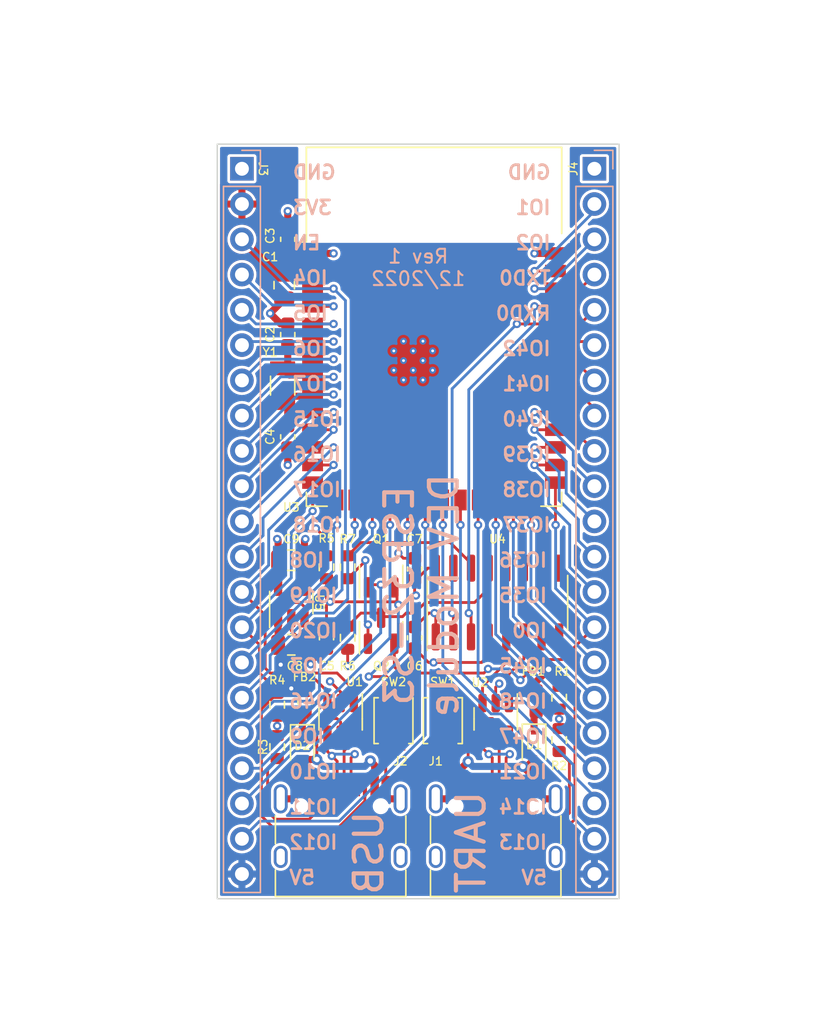
<source format=kicad_pcb>
(kicad_pcb (version 20240108) (generator "pcbnew") (generator_version "8.0")
  (layers (0 "F.Cu" signal) (1 "In1.Cu" signal) (2 "In2.Cu" signal) (31 "B.Cu" signal) (34 "B.Paste" user) (35 "F.Paste" user) (36 "B.SilkS" user "B.Silkscreen") (37 "F.SilkS" user "F.Silkscreen") (38 "B.Mask" user) (39 "F.Mask" user) (44 "Edge.Cuts" user))
  (net 0 "")
  (net 1 "+3V3")
  (net 2 "GND")
  (net 3 "/IO15")
  (net 4 "/IO16")
  (net 5 "/EN")
  (net 6 "+5V")
  (net 7 "/USB_UART_D+")
  (net 8 "/USB_UART_D-")
  (net 11 "/IO20")
  (net 12 "/IO19")
  (net 15 "Net-(Q1-Pad1)")
  (net 16 "/RTS")
  (net 17 "Net-(Q2-Pad1)")
  (net 18 "/IO0")
  (net 19 "/DTR")
  (net 20 "/IO4")
  (net 21 "/IO5")
  (net 22 "/IO6")
  (net 23 "/IO7")
  (net 24 "/IO17")
  (net 25 "/IO18")
  (net 26 "/IO8")
  (net 27 "/IO3")
  (net 28 "/IO46")
  (net 29 "/IO9")
  (net 30 "/IO10")
  (net 31 "/IO11")
  (net 32 "/IO12")
  (net 33 "/IO13")
  (net 34 "/IO14")
  (net 35 "/IO21")
  (net 36 "/IO47")
  (net 37 "/IO48")
  (net 38 "/IO45")
  (net 39 "/IO35")
  (net 40 "/IO36")
  (net 41 "/IO37")
  (net 42 "/IO38")
  (net 43 "/IO39")
  (net 44 "/IO40")
  (net 45 "/IO41")
  (net 46 "/IO42")
  (net 47 "/RXD0")
  (net 48 "/TXD0")
  (net 49 "/IO2")
  (net 50 "/IO1")
  (net 51 "/USB_D-")
  (net 52 "/USB_D+")
  (net 60 "/UART_D-")
  (net 61 "/UART_D+")
  (net 63 "Net-(D1-Pad1)")
  (net 64 "Net-(D2-Pad1)")
  (net 65 "/VBUS1")
  (net 66 "/VBUS2")
  (net 67 "/CC1_1")
  (net 68 "/CC2_1")
  (net 69 "/CC1_2")
  (net 70 "/CC2_2")
  (footprint "Package_TO_SOT_SMD:SOT-23-6" (layer "F.Cu") (at 83.312 115.824 -90)
    (property "Reference" "U1")
    (property "Value" "USBLC6-2SC6")
  )
  (footprint "Package_TO_SOT_SMD:SOT-23-5" (layer "F.Cu") (at 79.756 107.442 90)
    (property "Reference" "U5")
    (property "Value" "XC6210B332MR")
  )
  (footprint "Diode_SMD:D_SOD-323" (layer "F.Cu") (at 97.25 117.7 -90)
    (property "Reference" "D1")
    (property "Value" "1N5819WS")
  )
  (footprint "Package_TO_SOT_SMD:SOT-23-6" (layer "F.Cu") (at 94.488 115.824 -90)
    (property "Reference" "U2")
    (property "Value" "USBLC6-2SC6")
  )
  (footprint "Capacitor_SMD:C_0603_1608Metric" (layer "F.Cu") (at 82.296 109.982 -90)
    (property "Reference" "C5")
    (property "Value" "1u")
  )
  (footprint "Capacitor_SMD:C_0603_1608Metric" (layer "F.Cu") (at 79.502 95.504 -90)
    (property "Reference" "C4")
    (property "Value" "18p")
  )
  (footprint "Capacitor_SMD:C_0603_1608Metric" (layer "F.Cu") (at 79.502 81.28 90)
    (property "Reference" "C3")
    (property "Value" "0.1u")
  )
  (footprint "Diode_SMD:D_SOD-323" (layer "F.Cu") (at 80.55 117.75 -90)
    (property "Reference" "D2")
    (property "Value" "1N5819WS")
  )
  (footprint "Package_SO:SOIC-16_3.9x9.9mm_P1.27mm" (layer "F.Cu") (at 94.615 107.442 90)
    (property "Reference" "U4")
    (property "Value" "CH340C")
  )
  (footprint "Resistor_SMD:R_0603_1608Metric" (layer "F.Cu") (at 83.82 104.902 -90)
    (property "Reference" "R7")
    (property "Value" "10k")
  )
  (footprint "Connector_USB:USB_C_Receptacle_HRO_TYPE-C-31-M-12" (layer "F.Cu") (at 94.488 124.714)
    (property "Reference" "J1")
    (property "Value" "USB_C_Receptacle_USB2.0")
  )
  (footprint "Resistor_SMD:R_0603_1608Metric" (layer "F.Cu") (at 78.74 117.856 90)
    (property "Reference" "R3")
    (property "Value" "5.1k")
  )
  (footprint "RF_Module:ESP32-S3-WROOM-1" (layer "F.Cu") (at 90.043 87.556)
    (property "Reference" "U3")
    (property "Value" "ESP32-S3-WROOM")
  )
  (footprint "Crystal:Crystal_SMD_3215-2Pin_3.2x1.5mm" (layer "F.Cu") (at 79.134 91.821 -90)
    (property "Reference" "Y1")
    (property "Value" "32.768kHz")
  )
  (footprint "Resistor_SMD:R_0603_1608Metric" (layer "F.Cu") (at 78.74 114.808 -90)
    (property "Reference" "R4")
    (property "Value" "5.1k")
  )
  (footprint "Button_Switch_SMD:SW_SPST_B3U-1000P" (layer "F.Cu") (at 87.122 115.951 -90)
    (property "Reference" "SW2")
    (property "Value" "SW_Push")
  )
  (footprint "Capacitor_SMD:C_0805_2012Metric" (layer "F.Cu") (at 79.248 84.582 -90)
    (property "Reference" "C1")
    (property "Value" "22u")
  )
  (footprint "Button_Switch_SMD:SW_SPST_B3U-1000P" (layer "F.Cu") (at 90.678 115.951 -90)
    (property "Reference" "SW1")
    (property "Value" "SW_Push")
  )
  (footprint "Inductor_SMD:L_0603_1608Metric" (layer "F.Cu") (at 97.4 114.55 90)
    (property "Reference" "FB1")
    (property "Value" "500mA?")
  )
  (footprint "Resistor_SMD:R_0603_1608Metric" (layer "F.Cu") (at 99.06 114.3 -90)
    (property "Reference" "R1")
    (property "Value" "5.1k")
  )
  (footprint "Resistor_SMD:R_0603_1608Metric" (layer "F.Cu") (at 83.82 109.982 -90)
    (property "Reference" "R6")
    (property "Value" "10k")
  )
  (footprint "Capacitor_SMD:C_0603_1608Metric" (layer "F.Cu") (at 88.646 105.029 90)
    (property "Reference" "C7")
    (property "Value" "0.1u")
  )
  (footprint "Capacitor_SMD:C_0603_1608Metric" (layer "F.Cu") (at 88.646 109.982 90)
    (property "Reference" "C6")
    (property "Value" "0.1u")
  )
  (footprint "Package_TO_SOT_SMD:SOT-23" (layer "F.Cu") (at 86.233 105.41 90)
    (property "Reference" "Q1")
    (property "Value" "Q_NPN_BCE")
  )
  (footprint "Package_TO_SOT_SMD:SOT-23" (layer "F.Cu") (at 86.233 109.474 90)
    (property "Reference" "Q2")
    (property "Value" "Q_NPN_BCE")
  )
  (footprint "Capacitor_SMD:C_0603_1608Metric" (layer "F.Cu") (at 79.502 88.138 -90)
    (property "Reference" "C2")
    (property "Value" "18p")
  )
  (footprint "Resistor_SMD:R_0603_1608Metric" (layer "F.Cu") (at 99.06 117.348 90)
    (property "Reference" "R2")
    (property "Value" "5.1k")
  )
  (footprint "Capacitor_SMD:C_0805_2012Metric" (layer "F.Cu") (at 79.756 104.394)
    (property "Reference" "C9")
    (property "Value" "1u")
  )
  (footprint "Capacitor_SMD:C_0805_2012Metric" (layer "F.Cu") (at 79.756 110.49)
    (property "Reference" "C8")
    (property "Value" "1u")
  )
  (footprint "Resistor_SMD:R_0603_1608Metric" (layer "F.Cu") (at 82.296 104.902 -90)
    (property "Reference" "R5")
    (property "Value" "10k")
  )
  (footprint "Inductor_SMD:L_0603_1608Metric" (layer "F.Cu") (at 80.75 114.6 90)
    (property "Reference" "FB2")
    (property "Value" "500mA?")
  )
  (footprint "Connector_USB:USB_C_Receptacle_HRO_TYPE-C-31-M-12" (layer "F.Cu") (at 83.312 124.714)
    (property "Reference" "J2")
    (property "Value" "USB_C_Receptacle_USB2.0")
  )
  (footprint "Connector_PinHeader_2.54mm:PinHeader_1x21_P2.54mm_Vertical" (layer "B.Cu") (at 76.2 76.2 180)
    (property "Reference" "J3")
    (property "Value" "Conn_01x21")
  )
  (footprint "Connector_PinHeader_2.54mm:PinHeader_1x21_P2.54mm_Vertical" (layer "B.Cu") (at 101.6 76.2 180)
    (property "Reference" "J4")
    (property "Value" "Conn_01x21")
  )
  (gr_rect (start 74.422 74.422) (end 103.378 128.778) (stroke (width 0.1)) (fill none) (layer "Edge.Cuts"))
  (gr_text "IO9" (at 79.502 117.094 0) (layer "B.SilkS") (effects (font (size 1 1) (thickness 0.2)) (justify right mirror)))
  (gr_text "IO46" (at 79.502 114.554 0) (layer "B.SilkS") (effects (font (size 1 1) (thickness 0.2)) (justify right mirror)))
  (gr_text "IO1" (at 98.552 78.994 0) (layer "B.SilkS") (effects (font (size 1 1) (thickness 0.2)) (justify left mirror)))
  (gr_text "IO42" (at 98.552 89.154 0) (layer "B.SilkS") (effects (font (size 1 1) (thickness 0.2)) (justify left mirror)))
  (gr_text "IO5" (at 79.756 86.614 0) (layer "B.SilkS") (effects (font (size 1 1) (thickness 0.2)) (justify right mirror)))
  (gr_text "IO10" (at 79.502 119.634 0) (layer "B.SilkS") (effects (font (size 1 1) (thickness 0.2)) (justify right mirror)))
  (gr_text "5V" (at 98.298 127.254 0) (layer "B.SilkS") (effects (font (size 1 1) (thickness 0.2)) (justify left mirror)))
  (gr_text "IO45" (at 98.298 112.014 0) (layer "B.SilkS") (effects (font (size 1 1) (thickness 0.2)) (justify left mirror)))
  (gr_text "TXD0" (at 98.552 84.074 0) (layer "B.SilkS") (effects (font (size 1 1) (thickness 0.2)) (justify left mirror)))
  (gr_text "EN" (at 79.756 81.534 0) (layer "B.SilkS") (effects (font (size 1 1) (thickness 0.2)) (justify right mirror)))
  (gr_text "IO40" (at 98.552 94.234 0) (layer "B.SilkS") (effects (font (size 1 1) (thickness 0.2)) (justify left mirror)))
  (gr_text "UART" (at 92.71 124.714 90) (layer "B.SilkS") (effects (font (size 2 2) (thickness 0.3)) (justify mirror)))
  (gr_text "IO0" (at 98.298 109.474 0) (layer "B.SilkS") (effects (font (size 1 1) (thickness 0.2)) (justify left mirror)))
  (gr_text "Rev 1\n12/2022" (at 88.9 83.312 0) (layer "B.SilkS") (effects (font (size 1 1)) (justify mirror)))
  (gr_text "5V" (at 79.502 127.254 0) (layer "B.SilkS") (effects (font (size 1 1) (thickness 0.2)) (justify right mirror)))
  (gr_text "IO12" (at 79.502 124.714 0) (layer "B.SilkS") (effects (font (size 1 1) (thickness 0.2)) (justify right mirror)))
  (gr_text "GND" (at 79.756 76.454 0) (layer "B.SilkS") (effects (font (size 1 1) (thickness 0.2)) (justify right mirror)))
  (gr_text "IO41" (at 98.552 91.694 0) (layer "B.SilkS") (effects (font (size 1 1) (thickness 0.2)) (justify left mirror)))
  (gr_text "IO20" (at 79.502 109.474 0) (layer "B.SilkS") (effects (font (size 1 1) (thickness 0.2)) (justify right mirror)))
  (gr_text "IO3" (at 79.502 112.014 0) (layer "B.SilkS") (effects (font (size 1 1) (thickness 0.2)) (justify right mirror)))
  (gr_text "IO7" (at 79.756 91.694 0) (layer "B.SilkS") (effects (font (size 1 1) (thickness 0.2)) (justify right mirror)))
  (gr_text "IO6" (at 79.756 89.154 0) (layer "B.SilkS") (effects (font (size 1 1) (thickness 0.2)) (justify right mirror)))
  (gr_text "IO11" (at 79.502 122.174 0) (layer "B.SilkS") (effects (font (size 1 1) (thickness 0.2)) (justify right mirror)))
  (gr_text "IO39" (at 98.552 96.774 0) (layer "B.SilkS") (effects (font (size 1 1) (thickness 0.2)) (justify left mirror)))
  (gr_text "ESP32-S3\nDEV Module" (at 89.154 106.934 90) (layer "B.SilkS") (effects (font (size 2 2) (thickness 0.3)) (justify mirror)))
  (gr_text "IO47" (at 98.298 117.094 0) (layer "B.SilkS") (effects (font (size 1 1) (thickness 0.2)) (justify left mirror)))
  (gr_text "RXD0" (at 98.552 86.614 0) (layer "B.SilkS") (effects (font (size 1 1) (thickness 0.2)) (justify left mirror)))
  (gr_text "IO8" (at 79.502 104.394 0) (layer "B.SilkS") (effects (font (size 1 1) (thickness 0.2)) (justify right mirror)))
  (gr_text "IO37" (at 98.552 101.854 0) (layer "B.SilkS") (effects (font (size 1 1) (thickness 0.2)) (justify left mirror)))
  (gr_text "GND" (at 98.552 76.454 0) (layer "B.SilkS") (effects (font (size 1 1) (thickness 0.2)) (justify left mirror)))
  (gr_text "IO13" (at 98.298 124.714 0) (layer "B.SilkS") (effects (font (size 1 1) (thickness 0.2)) (justify left mirror)))
  (gr_text "IO2" (at 98.552 81.534 0) (layer "B.SilkS") (effects (font (size 1 1) (thickness 0.2)) (justify left mirror)))
  (gr_text "IO19" (at 79.502 106.934 0) (layer "B.SilkS") (effects (font (size 1 1) (thickness 0.2)) (justify right mirror)))
  (gr_text "IO4" (at 79.756 84.074 0) (layer "B.SilkS") (effects (font (size 1 1) (thickness 0.2)) (justify right mirror)))
  (gr_text "USB" (at 85.344 125.476 90) (layer "B.SilkS") (effects (font (size 2 2) (thickness 0.3)) (justify mirror)))
  (gr_text "IO15" (at 79.756 94.234 0) (layer "B.SilkS") (effects (font (size 1 1) (thickness 0.2)) (justify right mirror)))
  (gr_text "IO21" (at 98.298 119.634 0) (layer "B.SilkS") (effects (font (size 1 1) (thickness 0.2)) (justify left mirror)))
  (gr_text "3V3" (at 79.756 78.994 0) (layer "B.SilkS") (effects (font (size 1 1) (thickness 0.2)) (justify right mirror)))
  (gr_text "IO16" (at 79.756 96.774 0) (layer "B.SilkS") (effects (font (size 1 1) (thickness 0.2)) (justify right mirror)))
  (gr_text "IO36" (at 98.298 104.394 0) (layer "B.SilkS") (effects (font (size 1 1) (thickness 0.2)) (justify left mirror)))
  (gr_text "IO14" (at 98.298 122.174 0) (layer "B.SilkS") (effects (font (size 1 1) (thickness 0.2)) (justify left mirror)))
  (gr_text "IO35" (at 98.298 106.934 0) (layer "B.SilkS") (effects (font (size 1 1) (thickness 0.2)) (justify left mirror)))
  (gr_text "IO18" (at 79.756 101.854 0) (layer "B.SilkS") (effects (font (size 1 1) (thickness 0.2)) (justify right mirror)))
  (gr_text "IO38" (at 98.552 99.314 0) (layer "B.SilkS") (effects (font (size 1 1) (thickness 0.2)) (justify left mirror)))
  (gr_text "IO48" (at 98.298 114.554 0) (layer "B.SilkS") (effects (font (size 1 1) (thickness 0.2)) (justify left mirror)))
  (gr_text "IO17" (at 79.756 99.314 0) (layer "B.SilkS") (effects (font (size 1 1) (thickness 0.2)) (justify right mirror)))
  (segment (start 88.646 105.804) (end 88.76 105.804) (width 0.2032) (layer "F.Cu") (net 1))
  (segment (start 89.649 111.76) (end 88.646 110.757) (width 0.2032) (layer "F.Cu") (net 1))
  (segment (start 88.76 105.804) (end 89.597 104.967) (width 0.2032) (layer "F.Cu") (net 1))
  (segment (start 78.806 106.3045) (end 78.806 104.394) (width 0.508) (layer "F.Cu") (net 1))
  (segment (start 88.646 106.8409) (end 88.7391 106.934) (width 0.2032) (layer "F.Cu") (net 1))
  (segment (start 78.806 102.936) (end 78.74 102.87) (width 0.508) (layer "F.Cu") (net 1))
  (segment (start 82.296 102.87) (end 82.296 104.077) (width 0.2032) (layer "F.Cu") (net 1))
  (segment (start 78.806 104.394) (end 78.806 102.936) (width 0.508) (layer "F.Cu") (net 1))
  (segment (start 93.472 111.76) (end 90.0091 111.76) (width 0.2032) (layer "F.Cu") (net 1))
  (segment (start 81.534 102.108) (end 82.296 102.87) (width 0.2032) (layer "F.Cu") (net 1))
  (segment (start 89.597 104.967) (end 90.17 104.967) (width 0.2032) (layer "F.Cu") (net 1))
  (segment (start 93.98 109.917) (end 93.98 111.252) (width 0.2032) (layer "F.Cu") (net 1))
  (segment (start 93.98 111.252) (end 93.472 111.76) (width 0.2032) (layer "F.Cu") (net 1))
  (segment (start 90.0091 111.76) (end 89.649 111.76) (width 0.2032) (layer "F.Cu") (net 1))
  (segment (start 88.646 105.804) (end 88.646 106.8409) (width 0.2032) (layer "F.Cu") (net 1))
  (via (at 81.534 102.108) (size 0.6) (drill 0.3) (layers "F.Cu" "B.Cu") (net 1))
  (via (at 88.7391 106.934) (size 0.6) (drill 0.3) (layers "F.Cu" "B.Cu") (net 1))
  (via (at 90.0091 111.76) (size 0.6) (drill 0.3) (layers "F.Cu" "B.Cu") (net 1))
  (via (at 78.74 102.87) (size 0.6) (drill 0.3) (layers "F.Cu" "B.Cu") (net 1))
  (segment (start 87.122 118.364) (end 86.562 118.924) (width 0.2032) (layer "F.Cu") (net 2))
  (segment (start 80.706 111.44) (end 80.706 110.49) (width 0.508) (layer "F.Cu") (net 2))
  (segment (start 98.020385 121.584) (end 98.808 121.584) (width 0.508) (layer "F.Cu") (net 2))
  (segment (start 90.17 108.2971) (end 90.0769 108.204) (width 0.2032) (layer "F.Cu") (net 2))
  (segment (start 86.562 121.301615) (end 86.844385 121.584) (width 0.508) (layer "F.Cu") (net 2))
  (segment (start 87.8371 104.254) (end 87.4691 103.886) (width 0.2032) (layer "F.Cu") (net 2))
  (segment (start 97.738 120.669) (end 97.738 121.301615) (width 0.508) (layer "F.Cu") (net 2))
  (segment (start 88.646 109.207) (end 88.659 109.207) (width 0.2032) (layer "F.Cu") (net 2))
  (segment (start 81.153 111.887) (end 80.706 111.44) (width 0.508) (layer "F.Cu") (net 2))
  (segment (start 79.756 109.474) (end 80.706 110.424) (width 0.2032) (layer "F.Cu") (net 2))
  (segment (start 97.738 121.301615) (end 98.020385 121.584) (width 0.508) (layer "F.Cu") (net 2))
  (segment (start 91.238 118.924) (end 91.238 120.669) (width 0.2032) (layer "F.Cu") (net 2))
  (segment (start 80.062 121.301615) (end 79.779615 121.584) (width 0.508) (layer "F.Cu") (net 2))
  (segment (start 79.502 87.363) (end 78.981 87.363) (width 0.508) (layer "F.Cu") (net 2))
  (segment (start 94.488 113.538) (end 94.742 113.284) (width 0.2032) (layer "F.Cu") (net 2))
  (segment (start 99.06 115.824) (end 99.06 115.125) (width 0.2032) (layer "F.Cu") (net 2))
  (segment (start 83.312 113.8851) (end 83.312 114.6865) (width 0.2032) (layer "F.Cu") (net 2))
  (segment (start 80.706 110.424) (end 80.706 110.49) (width 0.2032) (layer "F.Cu") (net 2))
  (segment (start 80.706 104.394) (end 80.706 102.936) (width 0.508) (layer "F.Cu") (net 2))
  (segment (start 88.646 104.254) (end 87.8371 104.254) (width 0.2032) (layer "F.Cu") (net 2))
  (segment (start 82.283 110.757) (end 82.296 110.757) (width 0.2032) (layer "F.Cu") (net 2))
  (segment (start 80.706 102.936) (end 80.772 102.87) (width 0.508) (layer "F.Cu") (net 2))
  (segment (start 81.153 111.887) (end 82.283 110.757) (width 0.2032) (layer "F.Cu") (net 2))
  (segment (start 78.981 87.363) (end 78.232 86.614) (width 0.508) (layer "F.Cu") (net 2))
  (segment (start 90.955615 121.584) (end 90.168 121.584) (width 0.508) (layer "F.Cu") (net 2))
  (segment (start 98.793 82.296) (end 97.282 82.296) (width 0.508) (layer "F.Cu") (net 2))
  (segment (start 82.55 113.1231) (end 83.312 113.8851) (width 0.2032) (layer "F.Cu") (net 2))
  (segment (start 86.562 118.924) (end 86.562 120.669) (width 0.2032) (layer "F.Cu") (net 2))
  (segment (start 80.062 120.669) (end 80.062 121.301615) (width 0.508) (layer "F.Cu") (net 2))
  (segment (start 99.06 116.523) (end 99.06 115.125) (width 0.2032) (layer "F.Cu") (net 2))
  (segment (start 86.562 120.669) (end 86.562 121.301615) (width 0.508) (layer "F.Cu") (net 2))
  (segment (start 79.248 85.532) (end 79.248 85.598) (width 0.508) (layer "F.Cu") (net 2))
  (segment (start 88.659 109.207) (end 89.662 108.204) (width 0.2032) (layer "F.Cu") (net 2))
  (segment (start 81.293 82.296) (end 82.804 82.296) (width 0.508) (layer "F.Cu") (net 2))
  (segment (start 90.678 117.651) (end 90.678 118.364) (width 0.2032) (layer "F.Cu") (net 2))
  (segment (start 79.779615 121.584) (end 78.992 121.584) (width 0.508) (layer "F.Cu") (net 2))
  (segment (start 94.488 114.6865) (end 94.488 113.538) (width 0.2032) (layer "F.Cu") (net 2))
  (segment (start 90.17 109.917) (end 90.17 108.2971) (width 0.2032) (layer "F.Cu") (net 2))
  (segment (start 86.844385 121.584) (end 87.632 121.584) (width 0.508) (layer "F.Cu") (net 2))
  (segment (start 91.238 121.301615) (end 90.955615 121.584) (width 0.508) (layer "F.Cu") (net 2))
  (segment (start 79.756 108.5795) (end 79.756 109.474) (width 0.2032) (layer "F.Cu") (net 2))
  (segment (start 79.248 85.598) (end 78.232 86.614) (width 0.508) (layer "F.Cu") (net 2))
  (segment (start 91.238 120.669) (end 91.238 121.301615) (width 0.508) (layer "F.Cu") (net 2))
  (segment (start 79.502 80.505) (end 79.502 79.248) (width 0.508) (layer "F.Cu") (net 2))
  (segment (start 89.662 108.204) (end 90.0769 108.204) (width 0.2032) (layer "F.Cu") (net 2))
  (segment (start 87.122 117.651) (end 87.122 118.364) (width 0.2032) (layer "F.Cu") (net 2))
  (segment (start 90.678 118.364) (end 91.238 118.924) (width 0.2032) (layer "F.Cu") (net 2))
  (segment (start 79.502 96.279) (end 79.502 97.536) (width 0.508) (layer "F.Cu") (net 2))
  (segment (start 78.74 117.031) (end 78.74 115.633) (width 0.2032) (layer "F.Cu") (net 2))
  (segment (start 78.74 116.332) (end 78.74 115.633) (width 0.2032) (layer "F.Cu") (net 2))
  (via (at 90.0769 108.204) (size 0.6) (drill 0.3) (layers "F.Cu" "B.Cu") (net 2))
  (via (at 79.502 79.248) (size 0.6) (drill 0.3) (layers "F.Cu" "B.Cu") (net 2))
  (via (at 94.742 113.284) (size 0.6) (drill 0.3) (layers "F.Cu" "B.Cu") (net 2))
  (via (at 79.502 97.536) (size 0.6) (drill 0.3) (layers "F.Cu" "B.Cu") (net 2))
  (via (at 78.74 116.332) (size 0.6) (drill 0.3) (layers "F.Cu" "B.Cu") (net 2))
  (via (at 99.06 115.824) (size 0.6) (drill 0.3) (layers "F.Cu" "B.Cu") (net 2))
  (via (at 80.772 102.87) (size 0.6) (drill 0.3) (layers "F.Cu" "B.Cu") (net 2))
  (via (at 87.4691 103.886) (size 0.6) (drill 0.3) (layers "F.Cu" "B.Cu") (net 2))
  (via (at 82.55 113.1231) (size 0.6) (drill 0.3) (layers "F.Cu" "B.Cu") (net 2))
  (via (at 78.232 86.614) (size 0.6) (drill 0.3) (layers "F.Cu" "B.Cu") (net 2))
  (via (at 82.804 82.296) (size 0.6) (drill 0.3) (layers "F.Cu" "B.Cu") (net 2))
  (via (at 81.153 111.887) (size 0.6) (drill 0.3) (layers "F.Cu" "B.Cu") (net 2))
  (via (at 97.282 82.296) (size 0.6) (drill 0.3) (layers "F.Cu" "B.Cu") (net 2))
  (segment (start 79.622 91.059) (end 79.134 90.571) (width 0.508) (layer "F.Cu") (net 3))
  (segment (start 81.166 91.059) (end 79.622 91.059) (width 0.508) (layer "F.Cu") (net 3))
  (segment (start 79.502 90.203) (end 79.134 90.571) (width 0.508) (layer "F.Cu") (net 3))
  (segment (start 81.293 91.186) (end 81.166 91.059) (width 0.508) (layer "F.Cu") (net 3))
  (segment (start 79.502 88.913) (end 79.502 90.203) (width 0.508) (layer "F.Cu") (net 3))
  (segment (start 81.293 91.186) (end 82.804 91.186) (width 0.2032) (layer "F.Cu") (net 3))
  (via (at 82.804 91.186) (size 0.6) (drill 0.3) (layers "F.Cu" "B.Cu") (net 3))
  (segment (start 78.994 91.186) (end 76.2 93.98) (width 0.2032) (layer "B.Cu") (net 3))
  (segment (start 82.804 91.186) (end 78.994 91.186) (width 0.2032) (layer "B.Cu") (net 3))
  (segment (start 81.166 92.583) (end 79.622 92.583) (width 0.508) (layer "F.Cu") (net 4))
  (segment (start 79.502 93.439) (end 79.134 93.071) (width 0.508) (layer "F.Cu") (net 4))
  (segment (start 81.293 92.456) (end 82.804 92.456) (width 0.2032) (layer "F.Cu") (net 4))
  (segment (start 79.622 92.583) (end 79.134 93.071) (width 0.508) (layer "F.Cu") (net 4))
  (segment (start 81.293 92.456) (end 81.166 92.583) (width 0.508) (layer "F.Cu") (net 4))
  (segment (start 79.502 94.729) (end 79.502 93.439) (width 0.508) (layer "F.Cu") (net 4))
  (via (at 82.804 92.456) (size 0.6) (drill 0.3) (layers "F.Cu" "B.Cu") (net 4))
  (segment (start 80.264 92.456) (end 76.2 96.52) (width 0.2032) (layer "B.Cu") (net 4))
  (segment (start 82.804 92.456) (end 80.264 92.456) (width 0.2032) (layer "B.Cu") (net 4))
  (segment (start 87.376 106.5405) (end 87.183 106.3475) (width 0.2032) (layer "F.Cu") (net 5))
  (segment (start 87.2574 107.3912) (end 82.55 107.3912) (width 0.2032) (layer "F.Cu") (net 5))
  (segment (start 86.614 112.776) (end 85.344 112.776) (width 0.2032) (layer "F.Cu") (net 5))
  (segment (start 87.376 107.5098) (end 87.376 106.5405) (width 0.2032) (layer "F.Cu") (net 5))
  (segment (start 81.293 84.836) (end 82.804 84.836) (width 0.2032) (layer "F.Cu") (net 5))
  (segment (start 82.55 107.3912) (end 82.296 107.6452) (width 0.2032) (layer "F.Cu") (net 5))
  (segment (start 87.4691 107.6029) (end 87.2574 107.3912) (width 0.2032) (layer "F.Cu") (net 5))
  (segment (start 87.122 114.251) (end 87.122 113.284) (width 0.2032) (layer "F.Cu") (net 5))
  (segment (start 82.55 107.3912) (end 82.296 107.1372) (width 0.2032) (layer "F.Cu") (net 5))
  (segment (start 87.122 113.284) (end 86.614 112.776) (width 0.2032) (layer "F.Cu") (net 5))
  (segment (start 87.4691 107.6029) (end 87.376 107.5098) (width 0.2032) (layer "F.Cu") (net 5))
  (segment (start 82.296 107.1372) (end 82.296 105.727) (width 0.2032) (layer "F.Cu") (net 5))
  (segment (start 82.296 107.6452) (end 82.296 109.207) (width 0.2032) (layer "F.Cu") (net 5))
  (via (at 87.4691 107.6029) (size 0.6) (drill 0.3) (layers "F.Cu" "B.Cu") (net 5))
  (via (at 82.55 107.3912) (size 0.6) (drill 0.3) (layers "F.Cu" "B.Cu") (net 5))
  (via (at 82.804 84.836) (size 0.6) (drill 0.3) (layers "F.Cu" "B.Cu") (net 5))
  (via (at 85.344 112.776) (size 0.6) (drill 0.3) (layers "F.Cu" "B.Cu") (net 5))
  (segment (start 87.4691 110.6509) (end 85.344 112.776) (width 0.2032) (layer "B.Cu") (net 5))
  (segment (start 87.4691 107.6029) (end 87.4691 110.6509) (width 0.2032) (layer "B.Cu") (net 5))
  (segment (start 82.804 84.836) (end 79.756 84.836) (width 0.2032) (layer "B.Cu") (net 5))
  (segment (start 82.55 107.3912) (end 83.4168 106.5244) (width 0.2032) (layer "B.Cu") (net 5))
  (segment (start 83.6596 85.6916) (end 82.804 84.836) (width 0.2032) (layer "B.Cu") (net 5))
  (segment (start 83.6596 102.5224) (end 83.6596 85.6916) (width 0.2032) (layer "B.Cu") (net 5))
  (segment (start 83.4168 102.7652) (end 83.6596 102.5224) (width 0.2032) (layer "B.Cu") (net 5))
  (segment (start 79.756 84.836) (end 76.2 81.28) (width 0.2032) (layer "B.Cu") (net 5))
  (segment (start 83.4168 106.5244) (end 83.4168 102.7652) (width 0.2032) (layer "B.Cu") (net 5))
  (segment (start 80.391 107.442) (end 79.121 107.442) (width 0.2032) (layer "F.Cu") (net 6))
  (segment (start 79.9374 113.8125) (end 79.756 113.6311) (width 0.508) (layer "F.Cu") (net 6))
  (segment (start 80.706 108.5795) (end 80.706 107.757) (width 0.2032) (layer "F.Cu") (net 6))
  (segment (start 78.806 107.757) (end 78.806 108.5795) (width 0.2032) (layer "F.Cu") (net 6))
  (segment (start 78.994 110.678) (end 78.806 110.49) (width 0.508) (layer "F.Cu") (net 6))
  (segment (start 78.994 111.9209) (end 78.994 110.678) (width 0.508) (layer "F.Cu") (net 6))
  (segment (start 78.806 110.49) (end 78.806 108.5795) (width 0.508) (layer "F.Cu") (net 6))
  (segment (start 97.4 113.7625) (end 97.4 113.1511) (width 0.508) (layer "F.Cu") (net 6))
  (segment (start 97.4 113.1511) (end 98.3 112.2511) (width 0.508) (layer "F.Cu") (net 6))
  (segment (start 80.75 113.8125) (end 79.9374 113.8125) (width 0.508) (layer "F.Cu") (net 6))
  (segment (start 80.706 107.757) (end 80.391 107.442) (width 0.2032) (layer "F.Cu") (net 6))
  (segment (start 79.121 107.442) (end 78.806 107.757) (width 0.2032) (layer "F.Cu") (net 6))
  (via (at 98.3 112.2511) (size 0.8) (drill 0.4) (layers "F.Cu" "B.Cu") (net 6))
  (via (at 79.756 113.6311) (size 0.6) (drill 0.3) (layers "F.Cu" "B.Cu") (net 6))
  (via (at 78.994 111.9209) (size 0.6) (drill 0.3) (layers "F.Cu" "B.Cu") (net 6))
  (segment (start 79.756 113.6311) (end 79.756 112.6829) (width 0.508) (layer "B.Cu") (net 6))
  (segment (start 79.756 112.6829) (end 78.994 111.9209) (width 0.508) (layer "B.Cu") (net 6))
  (segment (start 95.238 120.669) (end 95.238 118.63) (width 0.2032) (layer "F.Cu") (net 7))
  (segment (start 93.98 118.364) (end 93.538 117.922) (width 0.2032) (layer "F.Cu") (net 7))
  (segment (start 93.538 117.922) (end 93.538 116.9615) (width 0.2032) (layer "F.Cu") (net 7))
  (segment (start 94.238 118.622) (end 94.238 120.669) (width 0.2032) (layer "F.Cu") (net 7))
  (segment (start 95.238 118.63) (end 95.504 118.364) (width 0.2032) (layer "F.Cu") (net 7))
  (segment (start 93.98 118.364) (end 94.238 118.622) (width 0.2032) (layer "F.Cu") (net 7))
  (via (at 95.504 118.364) (size 0.6) (drill 0.3) (layers "F.Cu" "B.Cu") (net 7))
  (via (at 93.98 118.364) (size 0.6) (drill 0.3) (layers "F.Cu" "B.Cu") (net 7))
  (segment (start 95.504 118.364) (end 93.98 118.364) (width 0.2032) (layer "B.Cu") (net 7))
  (segment (start 95.438 117.312659) (end 95.438 116.9615) (width 0.2032) (layer "F.Cu") (net 8))
  (segment (start 94.738 121.67) (end 94.738 120.669) (width 0.2032) (layer "F.Cu") (net 8))
  (segment (start 94.738 118.012659) (end 95.438 117.312659) (width 0.2032) (layer "F.Cu") (net 8))
  (segment (start 94.738 120.669) (end 94.738 118.012659) (width 0.2032) (layer "F.Cu") (net 8))
  (segment (start 93.738 121.6472) (end 93.7864 121.6956) (width 0.2032) (layer "F.Cu") (net 8))
  (segment (start 94.7124 121.6956) (end 94.738 121.67) (width 0.2032) (layer "F.Cu") (net 8))
  (segment (start 93.738 120.669) (end 93.738 121.6472) (width 0.2032) (layer "F.Cu") (net 8))
  (segment (start 93.7864 121.6956) (end 94.7124 121.6956) (width 0.2032) (layer "F.Cu") (net 8))
  (segment (start 77.47 110.49) (end 76.2 109.22) (width 0.2032) (layer "F.Cu") (net 11))
  (segment (start 82.362 114.6865) (end 82.362 113.858) (width 0.2032) (layer "F.Cu") (net 11))
  (segment (start 77.47 112.522) (end 77.47 110.49) (width 0.2032) (layer "F.Cu") (net 11))
  (segment (start 81.293 100.851) (end 81.293 98.806) (width 0.2032) (layer "F.Cu") (net 11))
  (segment (start 77.948 113) (end 77.47 112.522) (width 0.2032) (layer "F.Cu") (net 11))
  (segment (start 81.504 113) (end 77.948 113) (width 0.2032) (layer "F.Cu") (net 11))
  (segment (start 82.362 113.858) (end 81.504 113) (width 0.2032) (layer "F.Cu") (net 11))
  (via (at 81.293 100.851) (size 0.6) (drill 0.3) (layers "F.Cu" "B.Cu") (net 11))
  (segment (start 81.293 100.851) (end 79.756 102.388) (width 0.2032) (layer "B.Cu") (net 11))
  (segment (start 79.756 105.664) (end 76.2 109.22) (width 0.2032) (layer "B.Cu") (net 11))
  (segment (start 79.756 102.388) (end 79.756 105.664) (width 0.2032) (layer "B.Cu") (net 11))
  (segment (start 81.293 97.536) (end 82.804 97.536) (width 0.2032) (layer "F.Cu") (net 12))
  (segment (start 77.8732 108.3532) (end 76.2 106.68) (width 0.2032) (layer "F.Cu") (net 12))
  (segment (start 84.262 113.726) (end 83.058 112.522) (width 0.2032) (layer "F.Cu") (net 12))
  (segment (start 83.058 112.522) (end 78.232 112.522) (width 0.2032) (layer "F.Cu") (net 12))
  (segment (start 77.8732 112.1632) (end 77.8732 108.3532) (width 0.2032) (layer "F.Cu") (net 12))
  (segment (start 78.232 112.522) (end 77.8732 112.1632) (width 0.2032) (layer "F.Cu") (net 12))
  (segment (start 84.262 114.6865) (end 84.262 113.726) (width 0.2032) (layer "F.Cu") (net 12))
  (via (at 82.804 97.536) (size 0.6) (drill 0.3) (layers "F.Cu" "B.Cu") (net 12))
  (segment (start 82.804 97.536) (end 78.1272 102.2128) (width 0.2032) (layer "B.Cu") (net 12))
  (segment (start 78.1272 104.7528) (end 76.2 106.68) (width 0.2032) (layer "B.Cu") (net 12))
  (segment (start 78.1272 102.2128) (end 78.1272 104.7528) (width 0.2032) (layer "B.Cu") (net 12))
  (segment (start 86.1991 106.157179) (end 85.473321 106.157179) (width 0.2032) (layer "F.Cu") (net 15))
  (segment (start 85.473321 106.157179) (end 85.283 106.3475) (width 0.2032) (layer "F.Cu") (net 15))
  (segment (start 83.82 110.807) (end 83.82 112.014) (width 0.2032) (layer "F.Cu") (net 15))
  (via (at 83.82 112.014) (size 0.6) (drill 0.3) (layers "F.Cu" "B.Cu") (net 15))
  (via (at 86.1991 106.157179) (size 0.6) (drill 0.3) (layers "F.Cu" "B.Cu") (net 15))
  (segment (start 83.82 112.014) (end 86.1991 109.6349) (width 0.2032) (layer "B.Cu") (net 15))
  (segment (start 86.1991 109.6349) (end 86.1991 106.157179) (width 0.2032) (layer "B.Cu") (net 15))
  (segment (start 86.233 103.124) (end 91.210659 103.124) (width 0.2032) (layer "F.Cu") (net 16))
  (segment (start 84.773 103.124) (end 83.82 104.077) (width 0.2032) (layer "F.Cu") (net 16))
  (segment (start 92.71 104.967) (end 92.71 104.623341) (width 0.2032) (layer "F.Cu") (net 16))
  (segment (start 86.233 103.124) (end 84.773 103.124) (width 0.2032) (layer "F.Cu") (net 16))
  (segment (start 92.71 104.623341) (end 91.210659 103.124) (width 0.2032) (layer "F.Cu") (net 16))
  (segment (start 86.233 104.4725) (end 86.233 103.124) (width 0.2032) (layer "F.Cu") (net 16))
  (segment (start 85.283 109.027) (end 85.283 110.4115) (width 0.2032) (layer "F.Cu") (net 17))
  (segment (start 85.09 104.457) (end 83.82 105.727) (width 0.2032) (layer "F.Cu") (net 17))
  (segment (start 85.09 104.394) (end 85.09 104.457) (width 0.2032) (layer "F.Cu") (net 17))
  (via (at 85.09 104.394) (size 0.6) (drill 0.3) (layers "F.Cu" "B.Cu") (net 17))
  (via (at 85.283 109.027) (size 0.6) (drill 0.3) (layers "F.Cu" "B.Cu") (net 17))
  (segment (start 85.09 108.834) (end 85.09 104.394) (width 0.2032) (layer "B.Cu") (net 17))
  (segment (start 85.283 109.027) (end 85.09 108.834) (width 0.2032) (layer "B.Cu") (net 17))
  (segment (start 99.27 111.55) (end 101.6 109.22) (width 0.2032) (layer "F.Cu") (net 18))
  (segment (start 97.746 111.55) (end 99.27 111.55) (width 0.2032) (layer "F.Cu") (net 18))
  (segment (start 87.183 112.075) (end 87.63 112.522) (width 0.2032) (layer "F.Cu") (net 18))
  (segment (start 87.63 112.522) (end 90.678 112.522) (width 0.2032) (layer "F.Cu") (net 18))
  (segment (start 93.637916 112.522) (end 93.935958 112.223958) (width 0.2032) (layer "F.Cu") (net 18))
  (segment (start 90.678 112.522) (end 93.637916 112.522) (width 0.2032) (layer "F.Cu") (net 18))
  (segment (start 87.183 110.4115) (end 87.183 112.075) (width 0.2032) (layer "F.Cu") (net 18))
  (segment (start 96.266 113.03) (end 97.746 111.55) (width 0.2032) (layer "F.Cu") (net 18))
  (segment (start 98.793 101.841) (end 98.806 101.854) (width 0.2032) (layer "F.Cu") (net 18))
  (segment (start 98.793 98.806) (end 98.793 101.841) (width 0.2032) (layer "F.Cu") (net 18))
  (segment (start 90.678 112.522) (end 90.678 114.251) (width 0.2032) (layer "F.Cu") (net 18))
  (via (at 93.935958 112.223958) (size 0.6) (drill 0.3) (layers "F.Cu" "B.Cu") (net 18))
  (via (at 98.806 101.854) (size 0.6) (drill 0.3) (layers "F.Cu" "B.Cu") (net 18))
  (via (at 96.266 113.03) (size 0.6) (drill 0.3) (layers "F.Cu" "B.Cu") (net 18))
  (segment (start 98.806 101.854) (end 98.806 106.426) (width 0.2032) (layer "B.Cu") (net 18))
  (segment (start 95.459958 112.223958) (end 96.266 113.03) (width 0.2032) (layer "B.Cu") (net 18))
  (segment (start 93.935958 112.223958) (end 95.459958 112.223958) (width 0.2032) (layer "B.Cu") (net 18))
  (segment (start 98.806 106.426) (end 101.6 109.22) (width 0.2032) (layer "B.Cu") (net 18))
  (segment (start 86.233 108.204) (end 84.773 108.204) (width 0.2032) (layer "F.Cu") (net 19))
  (segment (start 88.646 108.204) (end 88.030937 108.204) (width 0.2032) (layer "F.Cu") (net 19))
  (segment (start 87.776937 108.458) (end 86.487 108.458) (width 0.2032) (layer "F.Cu") (net 19))
  (segment (start 93.98 106.426) (end 92.964 107.442) (width 0.2032) (layer "F.Cu") (net 19))
  (segment (start 88.030937 108.204) (end 87.776937 108.458) (width 0.2032) (layer "F.Cu") (net 19))
  (segment (start 84.773 108.204) (end 83.82 109.157) (width 0.2032) (layer "F.Cu") (net 19))
  (segment (start 86.233 108.5365) (end 86.233 108.204) (width 0.2032) (layer "F.Cu") (net 19))
  (segment (start 93.98 104.967) (end 93.98 106.426) (width 0.2032) (layer "F.Cu") (net 19))
  (segment (start 86.487 108.458) (end 86.233 108.204) (width 0.2032) (layer "F.Cu") (net 19))
  (segment (start 89.408 107.442) (end 88.646 108.204) (width 0.2032) (layer "F.Cu") (net 19))
  (segment (start 92.964 107.442) (end 89.408 107.442) (width 0.2032) (layer "F.Cu") (net 19))
  (segment (start 81.293 86.106) (end 82.804 86.106) (width 0.2032) (layer "F.Cu") (net 20))
  (via (at 82.804 86.106) (size 0.6) (drill 0.3) (layers "F.Cu" "B.Cu") (net 20))
  (segment (start 82.804 86.106) (end 82.7104 86.0124) (width 0.2032) (layer "B.Cu") (net 20))
  (segment (start 78.3924 86.0124) (end 76.2 83.82) (width 0.2032) (layer "B.Cu") (net 20))
  (segment (start 82.7104 86.0124) (end 78.3924 86.0124) (width 0.2032) (layer "B.Cu") (net 20))
  (segment (start 81.293 87.376) (end 82.804 87.376) (width 0.2032) (layer "F.Cu") (net 21))
  (via (at 82.804 87.376) (size 0.6) (drill 0.3) (layers "F.Cu" "B.Cu") (net 21))
  (segment (start 77.216 87.376) (end 76.2 86.36) (width 0.2032) (layer "B.Cu") (net 21))
  (segment (start 82.804 87.376) (end 77.216 87.376) (width 0.2032) (layer "B.Cu") (net 21))
  (segment (start 81.293 88.646) (end 82.804 88.646) (width 0.2032) (layer "F.Cu") (net 22))
  (via (at 82.804 88.646) (size 0.6) (drill 0.3) (layers "F.Cu" "B.Cu") (net 22))
  (segment (start 76.454 88.646) (end 76.2 88.9) (width 0.2032) (layer "B.Cu") (net 22))
  (segment (start 82.804 88.646) (end 76.454 88.646) (width 0.2032) (layer "B.Cu") (net 22))
  (segment (start 81.293 89.916) (end 82.804 89.916) (width 0.2032) (layer "F.Cu") (net 23))
  (via (at 82.804 89.916) (size 0.6) (drill 0.3) (layers "F.Cu" "B.Cu") (net 23))
  (segment (start 82.804 89.916) (end 77.724 89.916) (width 0.2032) (layer "B.Cu") (net 23))
  (segment (start 77.724 89.916) (end 76.2 91.44) (width 0.2032) (layer "B.Cu") (net 23))
  (segment (start 81.293 93.726) (end 82.804 93.726) (width 0.2032) (layer "F.Cu") (net 24))
  (via (at 82.804 93.726) (size 0.6) (drill 0.3) (layers "F.Cu" "B.Cu") (net 24))
  (segment (start 82.804 93.726) (end 81.534 93.726) (width 0.2032) (layer "B.Cu") (net 24))
  (segment (start 81.534 93.726) (end 76.2 99.06) (width 0.2032) (layer "B.Cu") (net 24))
  (segment (start 81.293 94.996) (end 82.804 94.996) (width 0.2032) (layer "F.Cu") (net 25))
  (via (at 82.804 94.996) (size 0.6) (drill 0.3) (layers "F.Cu" "B.Cu") (net 25))
  (segment (start 76.288791 101.6) (end 76.2 101.6) (width 0.2032) (layer "B.Cu") (net 25))
  (segment (start 82.804 95.084791) (end 76.288791 101.6) (width 0.2032) (layer "B.Cu") (net 25))
  (segment (start 82.804 94.996) (end 82.804 95.084791) (width 0.2032) (layer "B.Cu") (net 25))
  (segment (start 81.293 96.266) (end 82.804 96.266) (width 0.2032) (layer "F.Cu") (net 26))
  (via (at 82.804 96.266) (size 0.6) (drill 0.3) (layers "F.Cu" "B.Cu") (net 26))
  (segment (start 82.804 96.266) (end 77.724 101.346) (width 0.2032) (layer "B.Cu") (net 26))
  (segment (start 77.724 101.346) (end 77.724 102.616) (width 0.2032) (layer "B.Cu") (net 26))
  (segment (start 77.724 102.616) (end 76.2 104.14) (width 0.2032) (layer "B.Cu") (net 26))
  (segment (start 83.058 100.056) (end 83.058 101.854) (width 0.2032) (layer "F.Cu") (net 27))
  (via (at 83.058 101.854) (size 0.6) (drill 0.3) (layers "F.Cu" "B.Cu") (net 27))
  (segment (start 83.058 101.854) (end 82.804 102.108) (width 0.2032) (layer "B.Cu") (net 27))
  (segment (start 82.804 105.156) (end 76.2 111.76) (width 0.2032) (layer "B.Cu") (net 27))
  (segment (start 82.804 102.108) (end 82.804 105.156) (width 0.2032) (layer "B.Cu") (net 27))
  (segment (start 84.328 100.056) (end 84.328 101.854) (width 0.2032) (layer "F.Cu") (net 28))
  (via (at 84.328 101.854) (size 0.6) (drill 0.3) (layers "F.Cu" "B.Cu") (net 28))
  (segment (start 84.328 101.854) (end 84.328 102.616) (width 0.2032) (layer "B.Cu") (net 28))
  (segment (start 82.804 108.204) (end 81.28 108.204) (width 0.2032) (layer "B.Cu") (net 28))
  (segment (start 83.82 103.124) (end 83.82 107.188) (width 0.2032) (layer "B.Cu") (net 28))
  (segment (start 83.82 107.188) (end 82.804 108.204) (width 0.2032) (layer "B.Cu") (net 28))
  (segment (start 78.232 112.268) (end 76.2 114.3) (width 0.2032) (layer "B.Cu") (net 28))
  (segment (start 78.232 111.252) (end 78.232 112.268) (width 0.2032) (layer "B.Cu") (net 28))
  (segment (start 84.328 102.616) (end 83.82 103.124) (width 0.2032) (layer "B.Cu") (net 28))
  (segment (start 81.28 108.204) (end 78.232 111.252) (width 0.2032) (layer "B.Cu") (net 28))
  (segment (start 85.598 100.056) (end 85.598 101.854) (width 0.2032) (layer "F.Cu") (net 29))
  (via (at 85.598 101.854) (size 0.6) (drill 0.3) (layers "F.Cu" "B.Cu") (net 29))
  (segment (start 85.598 101.854) (end 85.598 102.616) (width 0.2032) (layer "B.Cu") (net 29))
  (segment (start 81.788 112.268) (end 81.788 113.792) (width 0.2032) (layer "B.Cu") (net 29))
  (segment (start 84.328 103.886) (end 84.328 109.728) (width 0.2032) (layer "B.Cu") (net 29))
  (segment (start 84.328 109.728) (end 81.788 112.268) (width 0.2032) (layer "B.Cu") (net 29))
  (segment (start 81.026 114.554) (end 78.486 114.554) (width 0.2032) (layer "B.Cu") (net 29))
  (segment (start 85.598 102.616) (end 84.328 103.886) (width 0.2032) (layer "B.Cu") (net 29))
  (segment (start 81.788 113.792) (end 81.026 114.554) (width 0.2032) (layer "B.Cu") (net 29))
  (segment (start 78.486 114.554) (end 76.2 116.84) (width 0.2032) (layer "B.Cu") (net 29))
  (segment (start 86.868 100.056) (end 86.868 101.854) (width 0.2032) (layer "F.Cu") (net 30))
  (via (at 86.868 101.854) (size 0.6) (drill 0.3) (layers "F.Cu" "B.Cu") (net 30))
  (segment (start 86.868 101.854) (end 86.868 109.982) (width 0.2032) (layer "B.Cu") (net 30))
  (segment (start 86.868 109.982) (end 77.47 119.38) (width 0.2032) (layer "B.Cu") (net 30))
  (segment (start 77.47 119.38) (end 76.2 119.38) (width 0.2032) (layer "B.Cu") (net 30))
  (segment (start 88.138 100.056) (end 88.138 101.854) (width 0.2032) (layer "F.Cu") (net 31))
  (via (at 88.138 101.854) (size 0.6) (drill 0.3) (layers "F.Cu" "B.Cu") (net 31))
  (segment (start 81.026 118.11) (end 80.01 118.11) (width 0.2032) (layer "B.Cu") (net 31))
  (segment (start 88.138 101.854) (end 88.138 110.998) (width 0.2032) (layer "B.Cu") (net 31))
  (segment (start 88.138 110.998) (end 81.026 118.11) (width 0.2032) (layer "B.Cu") (net 31))
  (segment (start 80.01 118.11) (end 76.2 121.92) (width 0.2032) (layer "B.Cu") (net 31))
  (segment (start 89.408 100.056) (end 89.408 101.854) (width 0.2032) (layer "F.Cu") (net 32))
  (via (at 89.408 101.854) (size 0.6) (drill 0.3) (layers "F.Cu" "B.Cu") (net 32))
  (segment (start 89.408 116.992) (end 83.21 123.19) (width 0.2032) (layer "B.Cu") (net 32))
  (segment (start 83.21 123.19) (end 77.47 123.19) (width 0.2032) (layer "B.Cu") (net 32))
  (segment (start 89.408 101.854) (end 89.408 116.992) (width 0.2032) (layer "B.Cu") (net 32))
  (segment (start 77.47 123.19) (end 76.2 124.46) (width 0.2032) (layer "B.Cu") (net 32))
  (segment (start 90.678 100.056) (end 90.678 101.854) (width 0.2032) (layer "F.Cu") (net 33))
  (via (at 90.678 101.854) (size 0.6) (drill 0.3) (layers "F.Cu" "B.Cu") (net 33))
  (segment (start 94.162885 115.4652) (end 94.860095 115.4652) (width 0.2032) (layer "B.Cu") (net 33))
  (segment (start 90.678 111.980315) (end 94.162885 115.4652) (width 0.2032) (layer "B.Cu") (net 33))
  (segment (start 90.678 101.854) (end 90.678 111.980315) (width 0.2032) (layer "B.Cu") (net 33))
  (segment (start 94.860095 115.4652) (end 100.076 120.681105) (width 0.2032) (layer "B.Cu") (net 33))
  (segment (start 100.076 120.681105) (end 100.076 122.936) (width 0.2032) (layer "B.Cu") (net 33))
  (segment (start 100.076 122.936) (end 101.6 124.46) (width 0.2032) (layer "B.Cu") (net 33))
  (segment (start 91.948 100.056) (end 91.948 101.854) (width 0.2032) (layer "F.Cu") (net 34))
  (via (at 91.948 101.854) (size 0.6) (drill 0.3) (layers "F.Cu" "B.Cu") (net 34))
  (segment (start 101.6 121.412) (end 101.6 121.92) (width 0.2032) (layer "B.Cu") (net 34))
  (segment (start 96.012 115.062) (end 100.076 119.126) (width 0.2032) (layer "B.Cu") (net 34))
  (segment (start 100.076 119.126) (end 100.076 119.888) (width 0.2032) (layer "B.Cu") (net 34))
  (segment (start 91.948 101.854) (end 91.948 112.448) (width 0.2032) (layer "B.Cu") (net 34))
  (segment (start 91.948 112.448) (end 94.562 115.062) (width 0.2032) (layer "B.Cu") (net 34))
  (segment (start 94.562 115.062) (end 96.012 115.062) (width 0.2032) (layer "B.Cu") (net 34))
  (segment (start 100.076 119.888) (end 101.6 121.412) (width 0.2032) (layer "B.Cu") (net 34))
  (segment (start 93.218 100.056) (end 93.218 101.854) (width 0.2032) (layer "F.Cu") (net 35))
  (via (at 93.218 101.854) (size 0.6) (drill 0.3) (layers "F.Cu" "B.Cu") (net 35))
  (segment (start 93.218 101.854) (end 93.218 112.776) (width 0.2032) (layer "B.Cu") (net 35))
  (segment (start 94.996 114.554) (end 96.52 114.554) (width 0.2032) (layer "B.Cu") (net 35))
  (segment (start 93.218 112.776) (end 94.996 114.554) (width 0.2032) (layer "B.Cu") (net 35))
  (segment (start 101.346 119.38) (end 101.6 119.38) (width 0.2032) (layer "B.Cu") (net 35))
  (segment (start 96.52 114.554) (end 101.346 119.38) (width 0.2032) (layer "B.Cu") (net 35))
  (segment (start 94.488 100.056) (end 94.488 101.854) (width 0.2032) (layer "F.Cu") (net 36))
  (via (at 94.488 101.854) (size 0.6) (drill 0.3) (layers "F.Cu" "B.Cu") (net 36))
  (segment (start 94.488 101.854) (end 94.488 109.728) (width 0.2032) (layer "B.Cu") (net 36))
  (segment (start 94.488 109.728) (end 101.6 116.84) (width 0.2032) (layer "B.Cu") (net 36))
  (segment (start 95.758 100.056) (end 95.758 101.854) (width 0.2032) (layer "F.Cu") (net 37))
  (via (at 95.758 101.854) (size 0.6) (drill 0.3) (layers "F.Cu" "B.Cu") (net 37))
  (segment (start 95.758 108.458) (end 101.6 114.3) (width 0.2032) (layer "B.Cu") (net 37))
  (segment (start 95.758 101.854) (end 95.758 108.458) (width 0.2032) (layer "B.Cu") (net 37))
  (segment (start 97.028 100.056) (end 97.028 101.854) (width 0.2032) (layer "F.Cu") (net 38))
  (via (at 97.028 101.854) (size 0.6) (drill 0.3) (layers "F.Cu" "B.Cu") (net 38))
  (segment (start 97.028 107.188) (end 101.6 111.76) (width 0.2032) (layer "B.Cu") (net 38))
  (segment (start 97.028 101.854) (end 97.028 107.188) (width 0.2032) (layer "B.Cu") (net 38))
  (segment (start 98.793 97.536) (end 97.282 97.536) (width 0.2032) (layer "F.Cu") (net 39))
  (via (at 97.282 97.536) (size 0.6) (drill 0.3) (layers "F.Cu" "B.Cu") (net 39))
  (segment (start 99.822 101.854) (end 99.822 104.902) (width 0.2032) (layer "B.Cu") (net 39))
  (segment (start 98.298 98.552) (end 98.298 100.33) (width 0.2032) (layer "B.Cu") (net 39))
  (segment (start 99.822 104.902) (end 101.6 106.68) (width 0.2032) (layer "B.Cu") (net 39))
  (segment (start 97.282 97.536) (end 98.298 98.552) (width 0.2032) (layer "B.Cu") (net 39))
  (segment (start 98.298 100.33) (end 99.822 101.854) (width 0.2032) (layer "B.Cu") (net 39))
  (segment (start 98.793 96.266) (end 97.282 96.266) (width 0.2032) (layer "F.Cu") (net 40))
  (via (at 97.282 96.266) (size 0.6) (drill 0.3) (layers "F.Cu" "B.Cu") (net 40))
  (segment (start 99.06 98.044) (end 99.06 100.076) (width 0.2032) (layer "B.Cu") (net 40))
  (segment (start 99.06 100.076) (end 100.4484 101.4644) (width 0.2032) (layer "B.Cu") (net 40))
  (segment (start 100.4484 101.4644) (end 100.4484 102.9884) (width 0.2032) (layer "B.Cu") (net 40))
  (segment (start 97.282 96.266) (end 99.06 98.044) (width 0.2032) (layer "B.Cu") (net 40))
  (segment (start 100.4484 102.9884) (end 101.6 104.14) (width 0.2032) (layer "B.Cu") (net 40))
  (segment (start 98.793 94.996) (end 97.282 94.996) (width 0.2032) (layer "F.Cu") (net 41))
  (via (at 97.282 94.996) (size 0.6) (drill 0.3) (layers "F.Cu" "B.Cu") (net 41))
  (segment (start 99.568 97.282) (end 99.568 99.568) (width 0.2032) (layer "B.Cu") (net 41))
  (segment (start 97.282 94.996) (end 99.568 97.282) (width 0.2032) (layer "B.Cu") (net 41))
  (segment (start 99.568 99.568) (end 101.6 101.6) (width 0.2032) (layer "B.Cu") (net 41))
  (segment (start 98.793 93.726) (end 97.282 93.726) (width 0.2032) (layer "F.Cu") (net 42))
  (via (at 97.282 93.726) (size 0.6) (drill 0.3) (layers "F.Cu" "B.Cu") (net 42))
  (segment (start 100.076 96.52) (end 100.076 97.536) (width 0.2032) (layer "B.Cu") (net 42))
  (segment (start 97.282 93.726) (end 100.076 96.52) (width 0.2032) (layer "B.Cu") (net 42))
  (segment (start 100.076 97.536) (end 101.6 99.06) (width 0.2032) (layer "B.Cu") (net 42))
  (segment (start 98.793 92.456) (end 99.822 92.456) (width 0.2032) (layer "F.Cu") (net 43))
  (segment (start 100.076 94.996) (end 101.6 96.52) (width 0.2032) (layer "F.Cu") (net 43))
  (segment (start 100.076 92.71) (end 100.076 94.996) (width 0.2032) (layer "F.Cu") (net 43))
  (segment (start 99.822 92.456) (end 100.076 92.71) (width 0.2032) (layer "F.Cu") (net 43))
  (segment (start 101.6 93.472) (end 101.6 93.98) (width 0.2032) (layer "F.Cu") (net 44))
  (segment (start 100.203 92.075) (end 101.6 93.472) (width 0.2032) (layer "F.Cu") (net 44))
  (segment (start 100.203 91.567) (end 100.203 92.075) (width 0.2032) (layer "F.Cu") (net 44))
  (segment (start 98.793 91.186) (end 99.822 91.186) (width 0.2032) (layer "F.Cu") (net 44))
  (segment (start 99.822 91.186) (end 100.203 91.567) (width 0.2032) (layer "F.Cu") (net 44))
  (segment (start 98.793 89.916) (end 100.076 89.916) (width 0.2032) (layer "F.Cu") (net 45))
  (segment (start 100.076 89.916) (end 101.6 91.44) (width 0.2032) (layer "F.Cu") (net 45))
  (segment (start 98.793 88.646) (end 101.346 88.646) (width 0.2032) (layer "F.Cu") (net 46))
  (segment (start 101.346 88.646) (end 101.6 88.9) (width 0.2032) (layer "F.Cu") (net 46))
  (segment (start 91.44 109.917) (end 91.44 108.2971) (width 0.2032) (layer "F.Cu") (net 47))
  (segment (start 98.793 87.376) (end 96.012 87.376) (width 0.2032) (layer "F.Cu") (net 47))
  (segment (start 91.44 108.2971) (end 91.3469 108.204) (width 0.2032) (layer "F.Cu") (net 47))
  (segment (start 98.793 87.376) (end 100.584 87.376) (width 0.2032) (layer "F.Cu") (net 47))
  (segment (start 100.584 87.376) (end 101.6 86.36) (width 0.2032) (layer "F.Cu") (net 47))
  (via (at 96.012 87.376) (size 0.6) (drill 0.3) (layers "F.Cu" "B.Cu") (net 47))
  (via (at 91.3469 108.204) (size 0.6) (drill 0.3) (layers "F.Cu" "B.Cu") (net 47))
  (segment (start 91.3469 92.0411) (end 96.012 87.376) (width 0.2032) (layer "B.Cu") (net 47))
  (segment (start 91.3469 108.204) (end 91.3469 92.0411) (width 0.2032) (layer "B.Cu") (net 47))
  (segment (start 92.71 108.3649) (end 92.5491 108.204) (width 0.2032) (layer "F.Cu") (net 48))
  (segment (start 98.793 86.106) (end 99.314 86.106) (width 0.2032) (layer "F.Cu") (net 48))
  (segment (start 99.314 86.106) (end 101.6 83.82) (width 0.2032) (layer "F.Cu") (net 48))
  (segment (start 97.282 86.106) (end 98.793 86.106) (width 0.2032) (layer "F.Cu") (net 48))
  (segment (start 92.71 109.917) (end 92.71 108.3649) (width 0.2032) (layer "F.Cu") (net 48))
  (via (at 92.5491 108.204) (size 0.6) (drill 0.3) (layers "F.Cu" "B.Cu") (net 48))
  (via (at 97.282 86.106) (size 0.6) (drill 0.3) (layers "F.Cu" "B.Cu") (net 48))
  (segment (start 92.5491 108.204) (end 92.5491 92.1089) (width 0.2032) (layer "B.Cu") (net 48))
  (segment (start 97.028 87.63) (end 97.282 87.376) (width 0.2032) (layer "B.Cu") (net 48))
  (segment (start 92.5491 92.1089) (end 97.028 87.63) (width 0.2032) (layer "B.Cu") (net 48))
  (segment (start 97.282 87.376) (end 97.282 86.106) (width 0.2032) (layer "B.Cu") (net 48))
  (segment (start 98.793 84.836) (end 97.282 84.836) (width 0.2032) (layer "F.Cu") (net 49))
  (via (at 97.282 84.836) (size 0.6) (drill 0.3) (layers "F.Cu" "B.Cu") (net 49))
  (segment (start 97.282 84.836) (end 98.044 84.836) (width 0.2032) (layer "B.Cu") (net 49))
  (segment (start 98.044 84.836) (end 101.6 81.28) (width 0.2032) (layer "B.Cu") (net 49))
  (segment (start 98.793 83.566) (end 97.282 83.566) (width 0.2032) (layer "F.Cu") (net 50))
  (via (at 97.282 83.566) (size 0.6) (drill 0.3) (layers "F.Cu" "B.Cu") (net 50))
  (segment (start 97.282 83.566) (end 101.6 79.248) (width 0.2032) (layer "B.Cu") (net 50))
  (segment (start 101.6 79.248) (end 101.6 78.74) (width 0.2032) (layer "B.Cu") (net 50))
  (segment (start 83.5136 121.6956) (end 83.562 121.6472) (width 0.2032) (layer "F.Cu") (net 51))
  (segment (start 82.562 120.669) (end 82.562 121.6472) (width 0.2032) (layer "F.Cu") (net 51))
  (segment (start 84.262 117.414) (end 84.262 116.9615) (width 0.2032) (layer "F.Cu") (net 51))
  (segment (start 83.562 118.114) (end 84.262 117.414) (width 0.2032) (layer "F.Cu") (net 51))
  (segment (start 82.562 121.6472) (end 82.6104 121.6956) (width 0.2032) (layer "F.Cu") (net 51))
  (segment (start 83.562 120.669) (end 83.562 118.114) (width 0.2032) (layer "F.Cu") (net 51))
  (segment (start 83.562 121.6472) (end 83.562 120.669) (width 0.2032) (layer "F.Cu") (net 51))
  (segment (start 82.6104 121.6956) (end 83.5136 121.6956) (width 0.2032) (layer "F.Cu") (net 51))
  (segment (start 84.062 118.63) (end 84.328 118.364) (width 0.2032) (layer "F.Cu") (net 52))
  (segment (start 82.362 117.92) (end 82.362 118.176) (width 0.2032) (layer "F.Cu") (net 52))
  (segment (start 82.362 118.176) (end 82.677 118.491) (width 0.2032) (layer "F.Cu") (net 52))
  (segment (start 84.062 120.669) (end 84.062 118.63) (width 0.2032) (layer "F.Cu") (net 52))
  (segment (start 83.062 118.876) (end 83.062 120.669) (width 0.2032) (layer "F.Cu") (net 52))
  (segment (start 82.362 117.92) (end 82.362 116.9615) (width 0.2032) (layer "F.Cu") (net 52))
  (segment (start 82.677 118.491) (end 83.062 118.876) (width 0.2032) (layer "F.Cu") (net 52))
  (via (at 82.677 118.491) (size 0.6) (drill 0.3) (layers "F.Cu" "B.Cu") (net 52))
  (via (at 84.328 118.364) (size 0.6) (drill 0.3) (layers "F.Cu" "B.Cu") (net 52))
  (segment (start 84.328 118.364) (end 82.804 118.364) (width 0.2032) (layer "B.Cu") (net 52))
  (segment (start 82.804 118.364) (end 82.677 118.491) (width 0.2032) (layer "B.Cu") (net 52))
  (segment (start 95.438 112.588) (end 96.52 111.506) (width 0.2032) (layer "F.Cu") (net 60))
  (segment (start 95.438 114.6865) (end 95.438 112.588) (width 0.2032) (layer "F.Cu") (net 60))
  (segment (start 96.52 111.506) (end 96.52 109.917) (width 0.2032) (layer "F.Cu") (net 60))
  (segment (start 93.538 114.6865) (end 93.538 113.472) (width 0.2032) (layer "F.Cu") (net 61))
  (segment (start 95.25 111.76) (end 95.25 109.917) (width 0.2032) (layer "F.Cu") (net 61))
  (segment (start 93.538 113.472) (end 95.25 111.76) (width 0.2032) (layer "F.Cu") (net 61))
  (segment (start 97.25 116.65) (end 97.25 115.4875) (width 0.508) (layer "F.Cu") (net 63))
  (segment (start 97.25 115.4875) (end 97.4 115.3375) (width 0.508) (layer "F.Cu") (net 63))
  (segment (start 80.55 116.7) (end 80.55 115.5875) (width 0.508) (layer "F.Cu") (net 64))
  (segment (start 80.55 115.5875) (end 80.75 115.3875) (width 0.508) (layer "F.Cu") (net 64))
  (segment (start 97.25 118.75) (end 96.984 119.016) (width 0.508) (layer "F.Cu") (net 65))
  (segment (start 96.75 119.25) (end 97.25 118.75) (width 0.508) (layer "F.Cu") (net 65))
  (segment (start 96.45 119.25) (end 96.938 119.738) (width 0.508) (layer "F.Cu") (net 65))
  (segment (start 96.45 119.25) (end 96.75 119.25) (width 0.508) (layer "F.Cu") (net 65))
  (segment (start 92.5 116.15) (end 92.5 118.9) (width 0.2032) (layer "F.Cu") (net 65))
  (segment (start 96.938 119.738) (end 96.938 120.669) (width 0.508) (layer "F.Cu") (net 65))
  (segment (start 96.984 119.016) (end 96.984 120.05) (width 0.508) (layer "F.Cu") (net 65))
  (segment (start 94.488 116.038) (end 94.25 115.8) (width 0.2032) (layer "F.Cu") (net 65))
  (segment (start 92.038 120.669) (end 92.038 119.362) (width 0.508) (layer "F.Cu") (net 65))
  (segment (start 94.488 116.9615) (end 94.488 116.038) (width 0.2032) (layer "F.Cu") (net 65))
  (segment (start 94.25 115.8) (end 92.85 115.8) (width 0.2032) (layer "F.Cu") (net 65))
  (segment (start 92.038 119.362) (end 92.5 118.9) (width 0.508) (layer "F.Cu") (net 65))
  (segment (start 92.85 115.8) (end 92.5 116.15) (width 0.2032) (layer "F.Cu") (net 65))
  (via (at 96.45 119.25) (size 0.8) (drill 0.4) (layers "F.Cu" "B.Cu") (net 65))
  (via (at 92.5 118.9) (size 0.8) (drill 0.4) (layers "F.Cu" "B.Cu") (net 65))
  (segment (start 92.5 118.9) (end 92.85 119.25) (width 0.508) (layer "B.Cu") (net 65))
  (segment (start 92.85 119.25) (end 96.45 119.25) (width 0.508) (layer "B.Cu") (net 65))
  (segment (start 83.312 116.062) (end 83.05 115.8) (width 0.2032) (layer "F.Cu") (net 66))
  (segment (start 85.762 119.162) (end 85.45 118.85) (width 0.508) (layer "F.Cu") (net 66))
  (segment (start 80.6 118.75) (end 80.55 118.8) (width 0.508) (layer "F.Cu") (net 66))
  (segment (start 81.6 118.75) (end 80.6 118.75) (width 0.508) (layer "F.Cu") (net 66))
  (segment (start 81.6 116.05) (end 81.6 118.75) (width 0.2032) (layer "F.Cu") (net 66))
  (segment (start 80.862 119.112) (end 80.55 118.8) (width 0.508) (layer "F.Cu") (net 66))
  (segment (start 85.762 120.669) (end 85.762 119.162) (width 0.508) (layer "F.Cu") (net 66))
  (segment (start 83.05 115.8) (end 81.85 115.8) (width 0.2032) (layer "F.Cu") (net 66))
  (segment (start 81.85 115.8) (end 81.6 116.05) (width 0.2032) (layer "F.Cu") (net 66))
  (segment (start 83.312 116.9615) (end 83.312 116.062) (width 0.2032) (layer "F.Cu") (net 66))
  (segment (start 80.862 120.669) (end 80.862 119.112) (width 0.508) (layer "F.Cu") (net 66))
  (via (at 85.45 118.85) (size 0.8) (drill 0.4) (layers "F.Cu" "B.Cu") (net 66))
  (via (at 81.6 118.75) (size 0.8) (drill 0.4) (layers "F.Cu" "B.Cu") (net 66))
  (segment (start 85.45 118.85) (end 85.055 119.245) (width 0.508) (layer "B.Cu") (net 66))
  (segment (start 82.095 119.245) (end 81.6 118.75) (width 0.508) (layer "B.Cu") (net 66))
  (segment (start 85.055 119.245) (end 82.095 119.245) (width 0.508) (layer "B.Cu") (net 66))
  (segment (start 99.06 113.475) (end 100.2 114.615) (width 0.2032) (layer "F.Cu") (net 67))
  (segment (start 100.2 123.05) (end 99.5 123.75) (width 0.2032) (layer "F.Cu") (net 67))
  (segment (start 93.238 122.238) (end 93.238 120.669) (width 0.2032) (layer "F.Cu") (net 67))
  (segment (start 100.2 114.615) (end 100.2 123.05) (width 0.2032) (layer "F.Cu") (net 67))
  (segment (start 99.5 123.75) (end 94.75 123.75) (width 0.2032) (layer "F.Cu") (net 67))
  (segment (start 94.75 123.75) (end 93.238 122.238) (width 0.2032) (layer "F.Cu") (net 67))
  (segment (start 99.7968 118.9098) (end 99.7968 122.6032) (width 0.2032) (layer "F.Cu") (net 68))
  (segment (start 96.238 122.588) (end 96.238 120.669) (width 0.2032) (layer "F.Cu") (net 68))
  (segment (start 99.06 118.173) (end 99.7968 118.9098) (width 0.2032) (layer "F.Cu") (net 68))
  (segment (start 96.85 123.2) (end 96.238 122.588) (width 0.2032) (layer "F.Cu") (net 68))
  (segment (start 99.7968 122.6032) (end 99.2 123.2) (width 0.2032) (layer "F.Cu") (net 68))
  (segment (start 99.2 123.2) (end 96.85 123.2) (width 0.2032) (layer "F.Cu") (net 68))
  (segment (start 81.05 123.05) (end 82.062 122.038) (width 0.2032) (layer "F.Cu") (net 69))
  (segment (start 82.062 122.038) (end 82.062 120.669) (width 0.2032) (layer "F.Cu") (net 69))
  (segment (start 78.05 119.371) (end 78.05 122.5) (width 0.2032) (layer "F.Cu") (net 69))
  (segment (start 78.74 118.681) (end 78.05 119.371) (width 0.2032) (layer "F.Cu") (net 69))
  (segment (start 78.6 123.05) (end 81.05 123.05) (width 0.2032) (layer "F.Cu") (net 69))
  (segment (start 78.05 122.5) (end 78.6 123.05) (width 0.2032) (layer "F.Cu") (net 69))
  (segment (start 78.388 123.6) (end 77.6 122.812) (width 0.2032) (layer "F.Cu") (net 70))
  (segment (start 77.6 115.123) (end 78.74 113.983) (width 0.2032) (layer "F.Cu") (net 70))
  (segment (start 83.2 123.6) (end 78.388 123.6) (width 0.2032) (layer "F.Cu") (net 70))
  (segment (start 85.062 120.669) (end 85.062 121.738) (width 0.2032) (layer "F.Cu") (net 70))
  (segment (start 85.062 121.738) (end 83.2 123.6) (width 0.2032) (layer "F.Cu") (net 70))
  (segment (start 77.6 122.812) (end 77.6 115.123) (width 0.2032) (layer "F.Cu") (net 70))
  (zone (net 1) (net_name "+3V3") (layer "F.Cu") (connect_pads thru_hole_only (clearance 0.2)) (min_thickness 0.2) (fill yes (thermal_gap 0.2) (thermal_bridge_width 0.508))
    (polygon (pts (xy 78.74 81.026) (xy 78.994 81.28) (xy 80.264 81.28) (xy 80.518 82.804) (xy 82.042 82.804) (xy 82.042 84.328) (xy 73.914 84.328) (xy 73.914 77.216) (xy 78.74 77.216)))
  )
  (zone (net 0) (net_name "") (layers "F.Cu" "In1.Cu" "In2.Cu" "B.Cu" "Eco1.User") (connect_pads thru_hole_only (clearance 0)) (min_thickness 0.2)
    (keepout (tracks allowed) (vias allowed) (pads allowed) (copperpour not_allowed) (footprints allowed))
    (fill (thermal_gap 0.2) (thermal_bridge_width 0.508))
    (polygon (pts (xy 99.822 81.534) (xy 80.264 81.534) (xy 80.264 73.66) (xy 99.822 73.66)))
  )
  (zone (net 6) (net_name "+5V") (layer "B.Cu") (connect_pads thru_hole_only (clearance 0.2)) (min_thickness 0.2) (fill yes (thermal_gap 0.2) (thermal_bridge_width 0.508))
    (polygon (pts (xy 106 131) (xy 72 131) (xy 72 72) (xy 106 72)))
  )
)
</source>
